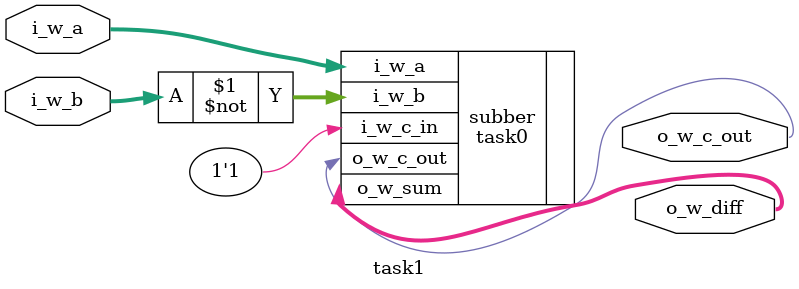
<source format=v>
`timescale 1ns / 1ps

module task1 (
        output wire [3:0] o_w_diff,
        output wire       o_w_c_out,
        input  wire [3:0] i_w_a,
        input  wire [3:0] i_w_b
    );

    //TODO 2: implemetati logica pentru un scazator carry-lookahead pe 4 biti
    task0 subber(.o_w_sum(o_w_diff) , .o_w_c_out(o_w_c_out) , .i_w_a(i_w_a), .i_w_b(~i_w_b), .i_w_c_in(1'b1));
endmodule
</source>
